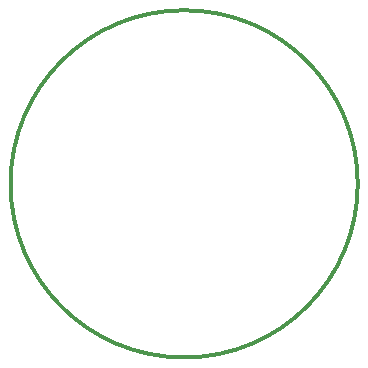
<source format=gko>
%FSAX24Y24*%
%MOIN*%
G70*
G01*
G75*
G04 Layer_Color=16711935*
%ADD10R,0.0354X0.0402*%
%ADD11R,0.0701X0.0165*%
%ADD12O,0.0701X0.0165*%
%ADD13R,0.1063X0.0669*%
%ADD14R,0.0402X0.0354*%
%ADD15R,0.0551X0.1102*%
%ADD16R,0.0551X0.0433*%
%ADD17R,0.2205X0.1181*%
%ADD18C,0.0150*%
%ADD19C,0.0500*%
%ADD20C,0.0450*%
%ADD21C,0.0350*%
%ADD22C,0.0100*%
%ADD23C,0.0250*%
%ADD24R,0.0800X0.0360*%
%ADD25R,0.0430X0.0410*%
%ADD26R,0.0600X0.0330*%
%ADD27R,0.1690X0.0060*%
%ADD28R,0.1490X0.0160*%
%ADD29R,0.0050X0.0230*%
%ADD30R,0.0090X0.0320*%
%ADD31R,0.0070X0.0240*%
%ADD32R,0.0060X0.0330*%
%ADD33R,0.0050X0.0350*%
%ADD34R,0.0100X0.0450*%
%ADD35R,0.0100X0.0300*%
%ADD36R,0.0150X0.0450*%
%ADD37R,0.1250X0.0550*%
%ADD38R,0.2250X0.0650*%
%ADD39R,0.1450X0.1700*%
%ADD40R,0.1750X0.1150*%
%ADD41R,0.1690X0.0370*%
%ADD42R,0.0580X0.0310*%
%ADD43R,0.0450X0.0290*%
%ADD44R,0.0320X0.0160*%
%ADD45R,0.1330X0.0770*%
%ADD46R,0.0720X0.0590*%
%ADD47R,0.0750X0.0510*%
%ADD48R,0.0240X0.0210*%
%ADD49R,0.0350X0.0300*%
%ADD50R,0.0420X0.0980*%
%ADD51R,0.1400X0.3700*%
%ADD52R,0.1000X0.0850*%
%ADD53R,0.1600X0.0550*%
%ADD54R,0.1350X0.1100*%
%ADD55R,0.2100X0.0900*%
%ADD56R,0.1250X0.1850*%
%ADD57R,0.1700X0.0800*%
%ADD58R,0.1050X0.1550*%
%ADD59R,0.1700X0.1250*%
%ADD60R,0.1450X0.0550*%
%ADD61R,0.1450X0.2650*%
%ADD62R,0.4000X0.0500*%
%ADD63R,0.4000X0.1498*%
%ADD64R,0.4000X0.1050*%
%ADD65R,0.1200X0.0950*%
%ADD66R,0.0350X0.2500*%
%ADD67R,0.1710X0.2600*%
%ADD68R,0.1150X0.1000*%
%ADD69R,0.1300X0.2600*%
%ADD70R,0.0800X0.1700*%
%ADD71R,0.4000X0.1200*%
%ADD72R,0.3250X0.0900*%
%ADD73R,0.1300X0.0150*%
%ADD74R,0.0400X0.0250*%
%ADD75R,0.1500X0.2500*%
%ADD76C,0.0750*%
%ADD77C,0.0290*%
%ADD78C,0.0079*%
%ADD79C,0.0098*%
%ADD80C,0.0070*%
%ADD81R,0.0950X0.1700*%
%ADD82R,0.0414X0.0462*%
%ADD83R,0.0740X0.0205*%
%ADD84O,0.0740X0.0205*%
%ADD85R,0.1123X0.0729*%
%ADD86R,0.0462X0.0414*%
%ADD87R,0.0611X0.1162*%
%ADD88R,0.0611X0.0493*%
%ADD89R,0.2265X0.1241*%
%ADD90C,0.0810*%
%ADD91C,0.0350*%
%ADD92C,0.0060*%
%ADD93C,0.0039*%
%ADD94C,0.0118*%
D94*
X032087Y036299D02*
G03*
X032087Y036299I-005787J000000D01*
G01*
M02*

</source>
